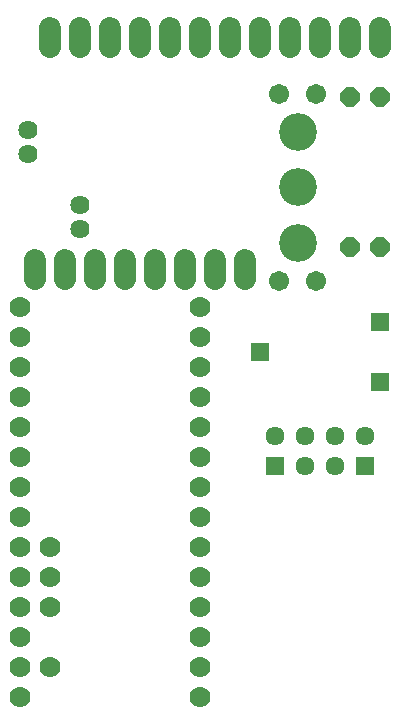
<source format=gbs>
G75*
%MOIN*%
%OFA0B0*%
%FSLAX25Y25*%
%IPPOS*%
%LPD*%
%AMOC8*
5,1,8,0,0,1.08239X$1,22.5*
%
%ADD10C,0.06400*%
%ADD11C,0.07200*%
%ADD12OC8,0.06400*%
%ADD13C,0.07000*%
%ADD14R,0.06350X0.06350*%
%ADD15C,0.06350*%
%ADD16C,0.12611*%
%ADD17C,0.06706*%
D10*
X0071940Y0229996D03*
X0071940Y0237870D03*
X0054440Y0254996D03*
X0054440Y0262870D03*
D11*
X0061940Y0290733D02*
X0061940Y0297133D01*
X0071940Y0297133D02*
X0071940Y0290733D01*
X0081940Y0290733D02*
X0081940Y0297133D01*
X0091940Y0297133D02*
X0091940Y0290733D01*
X0101940Y0290733D02*
X0101940Y0297133D01*
X0111940Y0297133D02*
X0111940Y0290733D01*
X0121940Y0290733D02*
X0121940Y0297133D01*
X0131940Y0297133D02*
X0131940Y0290733D01*
X0141940Y0290733D02*
X0141940Y0297133D01*
X0151940Y0297133D02*
X0151940Y0290733D01*
X0161940Y0290733D02*
X0161940Y0297133D01*
X0171940Y0297133D02*
X0171940Y0290733D01*
X0126940Y0219633D02*
X0126940Y0213233D01*
X0116940Y0213233D02*
X0116940Y0219633D01*
X0106940Y0219633D02*
X0106940Y0213233D01*
X0096940Y0213233D02*
X0096940Y0219633D01*
X0086940Y0219633D02*
X0086940Y0213233D01*
X0076940Y0213233D02*
X0076940Y0219633D01*
X0066940Y0219633D02*
X0066940Y0213233D01*
X0056940Y0213233D02*
X0056940Y0219633D01*
D12*
X0161940Y0223933D03*
X0171940Y0223933D03*
X0171940Y0273933D03*
X0161940Y0273933D03*
D13*
X0051940Y0073933D03*
X0051940Y0083933D03*
X0051940Y0093933D03*
X0051940Y0103933D03*
X0051940Y0113933D03*
X0051940Y0123933D03*
X0051940Y0133933D03*
X0051940Y0143933D03*
X0051940Y0153933D03*
X0051940Y0163933D03*
X0051940Y0173933D03*
X0051940Y0183933D03*
X0051940Y0193933D03*
X0051940Y0203933D03*
X0061940Y0123933D03*
X0061940Y0113933D03*
X0061940Y0103933D03*
X0061940Y0083933D03*
X0111940Y0083933D03*
X0111940Y0073933D03*
X0111940Y0093933D03*
X0111940Y0103933D03*
X0111940Y0113933D03*
X0111940Y0123933D03*
X0111940Y0133933D03*
X0111940Y0143933D03*
X0111940Y0153933D03*
X0111940Y0163933D03*
X0111940Y0173933D03*
X0111940Y0183933D03*
X0111940Y0193933D03*
X0111940Y0203933D03*
D14*
X0131940Y0188933D03*
X0136999Y0151128D03*
X0166999Y0151128D03*
X0171940Y0178933D03*
X0171940Y0198933D03*
D15*
X0166999Y0161128D03*
X0156999Y0161128D03*
X0156999Y0151128D03*
X0146999Y0151128D03*
X0146999Y0161128D03*
X0136999Y0161128D03*
D16*
X0144440Y0225433D03*
X0144440Y0243933D03*
X0144440Y0262433D03*
D17*
X0150740Y0275033D03*
X0138140Y0275033D03*
X0138140Y0212833D03*
X0150740Y0212833D03*
M02*

</source>
